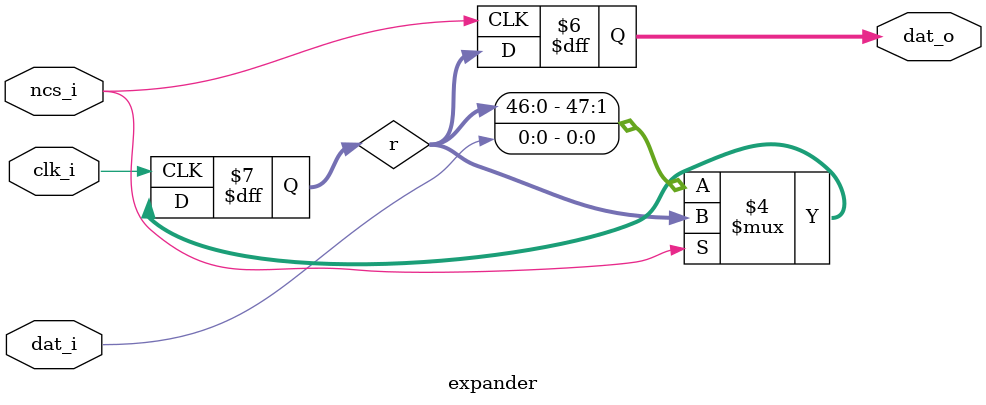
<source format=v>
module expander (
	  dat_i
	, dat_o
	, clk_i
	, ncs_i
);

//
// parameters
//
	parameter width = 48;

//
// I/O
//
	input dat_i;
	output reg [width-1:0] dat_o;
	input clk_i;
	input ncs_i;
	
//
// Internal Wires & Registers
//
	reg [width-1:0] r;
	
//
// Module Description
//
	always @ (posedge clk_i) begin
		if(!ncs_i) begin
			r <= {r[width-2:0], dat_i};
		end
	end
	
	always @ (posedge ncs_i)
		dat_o <= r;
		
endmodule
	
</source>
